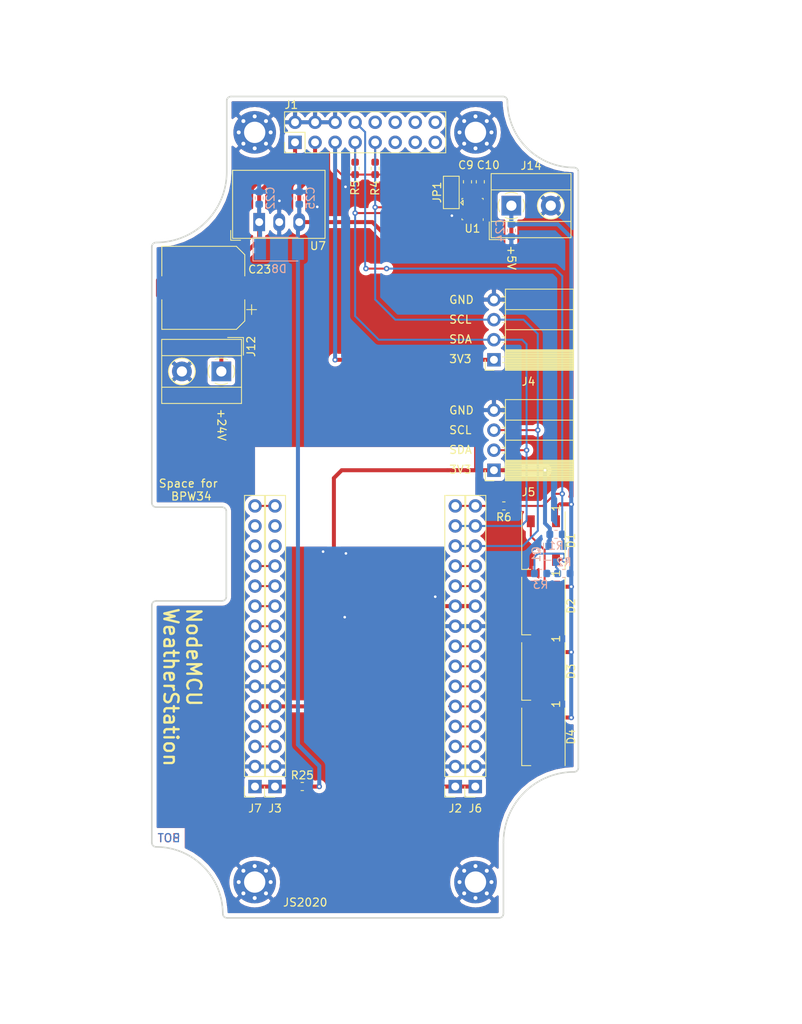
<source format=kicad_pcb>
(kicad_pcb (version 20171130) (host pcbnew "(5.1.6)-1")
  (title_block (title "NodeMCU Weather Station") (date 2020-07-20) (rev 1) (company "RWTH Aachen University - Physik 3B"))
  (layers (0 F.Cu signal hide) (31 B.Cu signal) (34 B.Paste user) (35 F.Paste user hide) (36 B.SilkS user) (37 F.SilkS user hide) (38 B.Mask user) (39 F.Mask user hide) (44 Edge.Cuts user))
  (net 0 "")
  (net 1 GND)
  (net 2 +3V3)
  (net 3 +24V)
  (net 4 +5V)
  (net 5 /SDA)
  (net 6 /SCL)
  (net 7 /NodeMCU/D3)
  (net 8 /NodeMCU/D4)
  (net 9 /NodeMCU/D5)
  (net 10 /NodeMCU/D6)
  (net 11 /NodeMCU/D7)
  (net 12 /NodeMCU/D8)
  (net 13 /NodeMCU/RX)
  (net 14 /NodeMCU/TX)
  (net 15 /NodeMCU/A0)
  (net 16 "Net-(J3-Pad14)")
  (net 17 "Net-(J3-Pad13)")
  (net 18 /NodeMCU/SD3)
  (net 19 /NodeMCU/SD2)
  (net 20 /NodeMCU/SD1)
  (net 21 /NodeMCU/CMD)
  (net 22 /NodeMCU/SD0)
  (net 23 /NodeMCU/CLK)
  (net 24 /NodeMCU/EN)
  (net 25 /NodeMCU/RST)
  (net 26 /NodeMCU/VIN)
  (net 27 "Net-(J7-Pad14)")
  (net 28 "Net-(J7-Pad13)")
  (net 29 "Net-(JP1-Pad2)")
  (net 30 "Net-(J1-Pad16)")
  (net 31 "Net-(J1-Pad15)")
  (net 32 "Net-(J1-Pad14)")
  (net 33 "Net-(J1-Pad13)")
  (net 34 "Net-(J1-Pad12)")
  (net 35 "Net-(J1-Pad11)")
  (net 36 /AIN)
  (net 37 /WS2812)
  (net 38 "Net-(D1-Pad2)")
  (net 39 "Net-(D1-Pad4)")
  (net 40 "Net-(D2-Pad2)")
  (net 41 "Net-(D3-Pad2)")
  (net 42 "Net-(D4-Pad2)")
  (net 43 "Net-(Q1-Pad3)")
  (net 44 /NodeMCU/WS2812_NodeMCU)
  (module MountingHole:MountingHole_2.7mm_M2.5_Pad_Via (layer F.Cu) (at 102.613116 63.026635)
    (fp_text reference H6 hide)
    (fp_text value MountingHole_Pad hide)
    (pad 1 thru_hole circle (at 1.431891 -1.431891) (size 0.8 0.8) (drill 0.5) (layers *.Cu *.Mask) (net 1 GND))
    (pad 1 thru_hole circle (at 0 -2.025) (size 0.8 0.8) (drill 0.5) (layers *.Cu *.Mask) (net 1 GND))
    (pad 1 thru_hole circle (at -1.431891 -1.431891) (size 0.8 0.8) (drill 0.5) (layers *.Cu *.Mask) (net 1 GND))
    (pad 1 thru_hole circle (at -2.025 0) (size 0.8 0.8) (drill 0.5) (layers *.Cu *.Mask) (net 1 GND))
    (pad 1 thru_hole circle (at -1.431891 1.431891) (size 0.8 0.8) (drill 0.5) (layers *.Cu *.Mask) (net 1 GND))
    (pad 1 thru_hole circle (at 0 2.025) (size 0.8 0.8) (drill 0.5) (layers *.Cu *.Mask) (net 1 GND))
    (pad 1 thru_hole circle (at 1.431891 1.431891) (size 0.8 0.8) (drill 0.5) (layers *.Cu *.Mask) (net 1 GND))
    (pad 1 thru_hole circle (at 2.025 0) (size 0.8 0.8) (drill 0.5) (layers *.Cu *.Mask) (net 1 GND))
    (pad 1 thru_hole circle (at 0 0) (size 5.4 5.4) (drill 2.7) (layers *.Cu *.Mask) (net 1 GND))
  )
  (module MountingHole:MountingHole_2.7mm_M2.5_Pad_Via (layer F.Cu) (at 74.613284 158.026565)
    (fp_text reference H5 hide)
    (fp_text value MountingHole_Pad hide)
    (pad 1 thru_hole circle (at 1.431891 -1.431891) (size 0.8 0.8) (drill 0.5) (layers *.Cu *.Mask) (net 1 GND))
    (pad 1 thru_hole circle (at 0 -2.025) (size 0.8 0.8) (drill 0.5) (layers *.Cu *.Mask) (net 1 GND))
    (pad 1 thru_hole circle (at -1.431891 -1.431891) (size 0.8 0.8) (drill 0.5) (layers *.Cu *.Mask) (net 1 GND))
    (pad 1 thru_hole circle (at -2.025 0) (size 0.8 0.8) (drill 0.5) (layers *.Cu *.Mask) (net 1 GND))
    (pad 1 thru_hole circle (at -1.431891 1.431891) (size 0.8 0.8) (drill 0.5) (layers *.Cu *.Mask) (net 1 GND))
    (pad 1 thru_hole circle (at 0 2.025) (size 0.8 0.8) (drill 0.5) (layers *.Cu *.Mask) (net 1 GND))
    (pad 1 thru_hole circle (at 1.431891 1.431891) (size 0.8 0.8) (drill 0.5) (layers *.Cu *.Mask) (net 1 GND))
    (pad 1 thru_hole circle (at 2.025 0) (size 0.8 0.8) (drill 0.5) (layers *.Cu *.Mask) (net 1 GND))
    (pad 1 thru_hole circle (at 0 0) (size 5.4 5.4) (drill 2.7) (layers *.Cu *.Mask) (net 1 GND))
  )
  (module MountingHole:MountingHole_2.7mm_M2.5_Pad_Via (layer F.Cu) (at 102.613116 158.026565)
    (fp_text reference H4 hide)
    (fp_text value MountingHole_Pad hide)
    (pad 1 thru_hole circle (at 1.431891 -1.431891) (size 0.8 0.8) (drill 0.5) (layers *.Cu *.Mask) (net 1 GND))
    (pad 1 thru_hole circle (at 0 -2.025) (size 0.8 0.8) (drill 0.5) (layers *.Cu *.Mask) (net 1 GND))
    (pad 1 thru_hole circle (at -1.431891 -1.431891) (size 0.8 0.8) (drill 0.5) (layers *.Cu *.Mask) (net 1 GND))
    (pad 1 thru_hole circle (at -2.025 0) (size 0.8 0.8) (drill 0.5) (layers *.Cu *.Mask) (net 1 GND))
    (pad 1 thru_hole circle (at -1.431891 1.431891) (size 0.8 0.8) (drill 0.5) (layers *.Cu *.Mask) (net 1 GND))
    (pad 1 thru_hole circle (at 0 2.025) (size 0.8 0.8) (drill 0.5) (layers *.Cu *.Mask) (net 1 GND))
    (pad 1 thru_hole circle (at 1.431891 1.431891) (size 0.8 0.8) (drill 0.5) (layers *.Cu *.Mask) (net 1 GND))
    (pad 1 thru_hole circle (at 2.025 0) (size 0.8 0.8) (drill 0.5) (layers *.Cu *.Mask) (net 1 GND))
    (pad 1 thru_hole circle (at 0 0) (size 5.4 5.4) (drill 2.7) (layers *.Cu *.Mask) (net 1 GND))
  )
  (module MountingHole:MountingHole_2.7mm_M2.5_Pad_Via (layer F.Cu) (at 74.613284 63.026635)
    (fp_text reference H3 hide)
    (fp_text value MountingHole_Pad hide)
    (pad 1 thru_hole circle (at 1.431891 -1.431891) (size 0.8 0.8) (drill 0.5) (layers *.Cu *.Mask) (net 1 GND))
    (pad 1 thru_hole circle (at 0 -2.025) (size 0.8 0.8) (drill 0.5) (layers *.Cu *.Mask) (net 1 GND))
    (pad 1 thru_hole circle (at -1.431891 -1.431891) (size 0.8 0.8) (drill 0.5) (layers *.Cu *.Mask) (net 1 GND))
    (pad 1 thru_hole circle (at -2.025 0) (size 0.8 0.8) (drill 0.5) (layers *.Cu *.Mask) (net 1 GND))
    (pad 1 thru_hole circle (at -1.431891 1.431891) (size 0.8 0.8) (drill 0.5) (layers *.Cu *.Mask) (net 1 GND))
    (pad 1 thru_hole circle (at 0 2.025) (size 0.8 0.8) (drill 0.5) (layers *.Cu *.Mask) (net 1 GND))
    (pad 1 thru_hole circle (at 1.431891 1.431891) (size 0.8 0.8) (drill 0.5) (layers *.Cu *.Mask) (net 1 GND))
    (pad 1 thru_hole circle (at 2.025 0) (size 0.8 0.8) (drill 0.5) (layers *.Cu *.Mask) (net 1 GND))
    (pad 1 thru_hole circle (at 0 0) (size 5.4 5.4) (drill 2.7) (layers *.Cu *.Mask) (net 1 GND))
  )
  (module Resistor_SMD:R_0603_1608Metric (layer F.Cu) (at 106.20756 110.363 180)
    (fp_text reference R6 (at 0 -1.43) (layer F.SilkS))
    (fp_text value n.b.)
    (pad 2 smd roundrect (at 0.7875 0 180) (size 0.875 0.95) (layers F.Cu F.Paste F.Mask) (net 44 /NodeMCU/WS2812_NodeMCU))
    (pad 1 smd roundrect (at -0.7875 0 180) (size 0.875 0.95) (layers F.Cu F.Paste F.Mask) (net 37 /WS2812))
  )
  (module Resistor_SMD:R_0603_1608Metric (layer B.Cu) (at 110.871 118.9228)
    (fp_text reference R3 (at 0 1.43) (layer B.SilkS) (effects (justify mirror)))
    (fp_text value 100)
    (pad 2 smd roundrect (at 0.7875 0) (size 0.875 0.95) (layers B.Cu B.Paste B.Mask) (net 43 "Net-(Q1-Pad3)"))
    (pad 1 smd roundrect (at -0.7875 0) (size 0.875 0.95) (layers B.Cu B.Paste B.Mask) (net 39 "Net-(D1-Pad4)"))
  )
  (module Resistor_SMD:R_0603_1608Metric (layer B.Cu) (at 113.8174 118.9228 180)
    (fp_text reference R2 (at 0 1.43) (layer B.SilkS) (effects (justify mirror)))
    (fp_text value 10k)
    (pad 2 smd roundrect (at 0.7875 0 180) (size 0.875 0.95) (layers B.Cu B.Paste B.Mask) (net 43 "Net-(Q1-Pad3)"))
    (pad 1 smd roundrect (at -0.7875 0 180) (size 0.875 0.95) (layers B.Cu B.Paste B.Mask) (net 4 +5V))
  )
  (module Resistor_SMD:R_0603_1608Metric (layer B.Cu) (at 112.8268 113.9698)
    (fp_text reference R1 (at 0 1.43) (layer B.SilkS) (effects (justify mirror)))
    (fp_text value 10k)
    (pad 2 smd roundrect (at 0.7875 0) (size 0.875 0.95) (layers B.Cu B.Paste B.Mask) (net 37 /WS2812))
    (pad 1 smd roundrect (at -0.7875 0) (size 0.875 0.95) (layers B.Cu B.Paste B.Mask) (net 2 +3V3))
  )
  (module Package_TO_SOT_SMD:SOT-23 (layer B.Cu) (at 112.8268 116.4844 270)
    (fp_text reference Q1 (at 0 2.5 270) (layer B.SilkS) (effects (justify mirror)))
    (fp_text value BSS138)
    (pad 3 smd rect (at 1 0 270) (size 0.9 0.8) (layers B.Cu B.Paste B.Mask) (net 43 "Net-(Q1-Pad3)"))
    (pad 2 smd rect (at -1 -0.95 270) (size 0.9 0.8) (layers B.Cu B.Paste B.Mask) (net 37 /WS2812))
    (pad 1 smd rect (at -1 0.95 270) (size 0.9 0.8) (layers B.Cu B.Paste B.Mask) (net 2 +3V3))
  )
  (module LED_SMD:LED_WS2812B_PLCC4_5.0x5.0mm_P3.2mm (layer F.Cu) (at 111.2266 139.6238 270)
    (fp_text reference D4 (at 0 -3.5 90) (layer F.SilkS))
    (fp_text value WS2812B)
    (fp_text user 1 (at -4.15 -1.6 90) (layer F.SilkS))
    (pad 1 smd rect (at -2.45 -1.6 270) (size 1.5 1) (layers F.Cu F.Paste F.Mask) (net 4 +5V))
    (pad 2 smd rect (at -2.45 1.6 270) (size 1.5 1) (layers F.Cu F.Paste F.Mask) (net 42 "Net-(D4-Pad2)"))
    (pad 4 smd rect (at 2.45 -1.6 270) (size 1.5 1) (layers F.Cu F.Paste F.Mask) (net 41 "Net-(D3-Pad2)"))
    (pad 3 smd rect (at 2.45 1.6 270) (size 1.5 1) (layers F.Cu F.Paste F.Mask) (net 1 GND))
  )
  (module LED_SMD:LED_WS2812B_PLCC4_5.0x5.0mm_P3.2mm (layer F.Cu) (at 111.2266 131.334932 270)
    (fp_text reference D3 (at 0 -3.5 90) (layer F.SilkS))
    (fp_text value WS2812B)
    (fp_text user 1 (at -4.15 -1.6 90) (layer F.SilkS))
    (pad 1 smd rect (at -2.45 -1.6 270) (size 1.5 1) (layers F.Cu F.Paste F.Mask) (net 4 +5V))
    (pad 2 smd rect (at -2.45 1.6 270) (size 1.5 1) (layers F.Cu F.Paste F.Mask) (net 41 "Net-(D3-Pad2)"))
    (pad 4 smd rect (at 2.45 -1.6 270) (size 1.5 1) (layers F.Cu F.Paste F.Mask) (net 40 "Net-(D2-Pad2)"))
    (pad 3 smd rect (at 2.45 1.6 270) (size 1.5 1) (layers F.Cu F.Paste F.Mask) (net 1 GND))
  )
  (module LED_SMD:LED_WS2812B_PLCC4_5.0x5.0mm_P3.2mm (layer F.Cu) (at 111.2266 123.046066 270)
    (fp_text reference D2 (at 0 -3.5 90) (layer F.SilkS))
    (fp_text value WS2812B)
    (fp_text user 1 (at -4.15 -1.6 90) (layer F.SilkS))
    (pad 1 smd rect (at -2.45 -1.6 270) (size 1.5 1) (layers F.Cu F.Paste F.Mask) (net 4 +5V))
    (pad 2 smd rect (at -2.45 1.6 270) (size 1.5 1) (layers F.Cu F.Paste F.Mask) (net 40 "Net-(D2-Pad2)"))
    (pad 4 smd rect (at 2.45 -1.6 270) (size 1.5 1) (layers F.Cu F.Paste F.Mask) (net 38 "Net-(D1-Pad2)"))
    (pad 3 smd rect (at 2.45 1.6 270) (size 1.5 1) (layers F.Cu F.Paste F.Mask) (net 1 GND))
  )
  (module LED_SMD:LED_WS2812B_PLCC4_5.0x5.0mm_P3.2mm (layer F.Cu) (at 111.2266 114.7572 270)
    (fp_text reference D1 (at 0 -3.5 90) (layer F.SilkS))
    (fp_text value WS2812B)
    (fp_text user 1 (at -4.15 -1.6 90) (layer F.SilkS))
    (pad 1 smd rect (at -2.45 -1.6 270) (size 1.5 1) (layers F.Cu F.Paste F.Mask) (net 4 +5V))
    (pad 2 smd rect (at -2.45 1.6 270) (size 1.5 1) (layers F.Cu F.Paste F.Mask) (net 38 "Net-(D1-Pad2)"))
    (pad 4 smd rect (at 2.45 -1.6 270) (size 1.5 1) (layers F.Cu F.Paste F.Mask) (net 39 "Net-(D1-Pad4)"))
    (pad 3 smd rect (at 2.45 1.6 270) (size 1.5 1) (layers F.Cu F.Paste F.Mask) (net 1 GND))
  )
  (module Connector_PinHeader_2.54mm:PinHeader_2x08_P2.54mm_Vertical (layer F.Cu) (at 79.7306 64.2874 90)
    (fp_text reference J1 (at 4.7498 -0.4699) (layer F.SilkS))
    (fp_text value Conn_02x08_Odd_Even hide)
    (pad 16 thru_hole oval (at 2.54 17.78 90) (size 1.7 1.7) (drill 1) (layers *.Cu *.Mask) (net 30 "Net-(J1-Pad16)"))
    (pad 15 thru_hole oval (at 0 17.78 90) (size 1.7 1.7) (drill 1) (layers *.Cu *.Mask) (net 31 "Net-(J1-Pad15)"))
    (pad 14 thru_hole oval (at 2.54 15.24 90) (size 1.7 1.7) (drill 1) (layers *.Cu *.Mask) (net 32 "Net-(J1-Pad14)"))
    (pad 13 thru_hole oval (at 0 15.24 90) (size 1.7 1.7) (drill 1) (layers *.Cu *.Mask) (net 33 "Net-(J1-Pad13)"))
    (pad 12 thru_hole oval (at 2.54 12.7 90) (size 1.7 1.7) (drill 1) (layers *.Cu *.Mask) (net 34 "Net-(J1-Pad12)"))
    (pad 11 thru_hole oval (at 0 12.7 90) (size 1.7 1.7) (drill 1) (layers *.Cu *.Mask) (net 35 "Net-(J1-Pad11)"))
    (pad 10 thru_hole oval (at 2.54 10.16 90) (size 1.7 1.7) (drill 1) (layers *.Cu *.Mask) (net 36 /AIN))
    (pad 9 thru_hole oval (at 0 10.16 90) (size 1.7 1.7) (drill 1) (layers *.Cu *.Mask) (net 6 /SCL))
    (pad 8 thru_hole oval (at 2.54 7.62 90) (size 1.7 1.7) (drill 1) (layers *.Cu *.Mask) (net 37 /WS2812))
    (pad 7 thru_hole oval (at 0 7.62 90) (size 1.7 1.7) (drill 1) (layers *.Cu *.Mask) (net 5 /SDA))
    (pad 6 thru_hole oval (at 2.54 5.08 90) (size 1.7 1.7) (drill 1) (layers *.Cu *.Mask) (net 1 GND))
    (pad 5 thru_hole oval (at 0 5.08 90) (size 1.7 1.7) (drill 1) (layers *.Cu *.Mask) (net 2 +3V3))
    (pad 4 thru_hole oval (at 2.54 2.54 90) (size 1.7 1.7) (drill 1) (layers *.Cu *.Mask) (net 1 GND))
    (pad 3 thru_hole oval (at 0 2.54 90) (size 1.7 1.7) (drill 1) (layers *.Cu *.Mask) (net 4 +5V))
    (pad 2 thru_hole oval (at 2.54 0 90) (size 1.7 1.7) (drill 1) (layers *.Cu *.Mask) (net 1 GND))
    (pad 1 thru_hole rect (at 0 0 90) (size 1.7 1.7) (drill 1) (layers *.Cu *.Mask) (net 3 +24V))
  )
  (module Converter_DCDC:Converter_DCDC_RECOM_R-78E-0.5_THT (layer F.Cu) (at 75.184 74.3966)
    (fp_text reference U7 (at 7.4549 3.0226) (layer F.SilkS))
    (fp_text value R-785.0-0.5)
    (pad 3 thru_hole oval (at 5.08 0) (size 1.5 2.3) (drill 1) (layers *.Cu *.Mask) (net 4 +5V))
    (pad 2 thru_hole oval (at 2.54 0) (size 1.5 2.3) (drill 1) (layers *.Cu *.Mask) (net 1 GND))
    (pad 1 thru_hole rect (at 0 0) (size 1.5 2.3) (drill 1) (layers *.Cu *.Mask) (net 3 +24V))
  )
  (module Package_LGA:Bosch_LGA-8_2.5x2.5mm_P0.65mm_ClockwisePinNumbering (layer F.Cu) (at 102.2422 72.751 180)
    (fp_text reference U1 (at 0.015 -2.465) (layer F.SilkS))
    (fp_text value BME280)
    (pad 5 smd rect (at 0.975 1.025 270) (size 0.5 0.35) (layers F.Cu F.Paste F.Mask) (net 29 "Net-(JP1-Pad2)"))
    (pad 6 smd rect (at 0.325 1.025 270) (size 0.5 0.35) (layers F.Cu F.Paste F.Mask) (net 2 +3V3))
    (pad 7 smd rect (at -0.325 1.025 270) (size 0.5 0.35) (layers F.Cu F.Paste F.Mask) (net 1 GND))
    (pad 8 smd rect (at -0.975 1.025 270) (size 0.5 0.35) (layers F.Cu F.Paste F.Mask) (net 2 +3V3))
    (pad 1 smd rect (at -0.975 -1.025 270) (size 0.5 0.35) (layers F.Cu F.Paste F.Mask) (net 1 GND))
    (pad 2 smd rect (at -0.325 -1.025 270) (size 0.5 0.35) (layers F.Cu F.Paste F.Mask) (net 2 +3V3))
    (pad 3 smd rect (at 0.325 -1.025 270) (size 0.5 0.35) (layers F.Cu F.Paste F.Mask) (net 5 /SDA))
    (pad 4 smd rect (at 0.975 -1.025 270) (size 0.5 0.35) (layers F.Cu F.Paste F.Mask) (net 6 /SCL))
  )
  (module Resistor_SMD:R_0603_1608Metric (layer F.Cu) (at 80.645 145.923)
    (fp_text reference R25 (at 0 -1.43) (layer F.SilkS))
    (fp_text value 0R)
    (pad 2 smd roundrect (at 0.7875 0) (size 0.875 0.95) (layers F.Cu F.Paste F.Mask) (net 4 +5V))
    (pad 1 smd roundrect (at -0.7875 0) (size 0.875 0.95) (layers F.Cu F.Paste F.Mask) (net 26 /NodeMCU/VIN))
  )
  (module Resistor_SMD:R_0603_1608Metric (layer F.Cu) (at 87.3506 67.5894 90)
    (fp_text reference R5 (at -2.4511 -0.0127 90) (layer F.SilkS))
    (fp_text value 10k)
    (pad 2 smd roundrect (at 0.7875 0 90) (size 0.875 0.95) (layers F.Cu F.Paste F.Mask) (net 5 /SDA))
    (pad 1 smd roundrect (at -0.7875 0 90) (size 0.875 0.95) (layers F.Cu F.Paste F.Mask) (net 2 +3V3))
  )
  (module Resistor_SMD:R_0603_1608Metric (layer F.Cu) (at 89.8906 67.5894 90)
    (fp_text reference R4 (at -2.4892 0 90) (layer F.SilkS))
    (fp_text value 10k)
    (pad 2 smd roundrect (at 0.7875 0 90) (size 0.875 0.95) (layers F.Cu F.Paste F.Mask) (net 6 /SCL))
    (pad 1 smd roundrect (at -0.7875 0 90) (size 0.875 0.95) (layers F.Cu F.Paste F.Mask) (net 2 +3V3))
  )
  (module Jumper:SolderJumper-3_P1.3mm_Bridged12_Pad1.0x1.5mm (layer F.Cu) (at 99.5426 70.6374 90)
    (fp_text reference JP1 (at 0 -1.8 90) (layer F.SilkS))
    (fp_text value SolderJumper_3_Bridged12 hide)
    (fp_poly (pts (xy -0.9 -0.3) (xy -0.4 -0.3) (xy -0.4 0.3) (xy -0.9 0.3)) (layer F.Cu) (width 0))
    (pad 2 smd rect (at 0 0 90) (size 1 1.5) (layers F.Cu F.Mask) (net 29 "Net-(JP1-Pad2)"))
    (pad 3 smd rect (at 1.3 0 90) (size 1 1.5) (layers F.Cu F.Mask) (net 2 +3V3))
    (pad 1 smd rect (at -1.3 0 90) (size 1 1.5) (layers F.Cu F.Mask) (net 1 GND))
  )
  (module TerminalBlock_MetzConnect:TerminalBlock_MetzConnect_Type055_RT01502HDWU_1x02_P5.00mm_Horizontal (layer F.Cu) (at 107.1626 72.3138)
    (fp_text reference J14 (at 2.5 -5.06) (layer F.SilkS))
    (fp_text value Screw_Terminal_01x02 hide)
    (pad 2 thru_hole circle (at 5 0) (size 2.5 2.5) (drill 1.3) (layers *.Cu *.Mask) (net 1 GND))
    (pad 1 thru_hole rect (at 0 0) (size 2.5 2.5) (drill 1.3) (layers *.Cu *.Mask) (net 4 +5V))
  )
  (module TerminalBlock_MetzConnect:TerminalBlock_MetzConnect_Type055_RT01502HDWU_1x02_P5.00mm_Horizontal (layer F.Cu) (at 70.3834 93.3196 180)
    (fp_text reference J12 (at -3.7719 3.1623 90) (layer F.SilkS))
    (fp_text value Screw_Terminal_01x02 hide)
    (pad 2 thru_hole circle (at 5 0 180) (size 2.5 2.5) (drill 1.3) (layers *.Cu *.Mask) (net 1 GND))
    (pad 1 thru_hole rect (at 0 0 180) (size 2.5 2.5) (drill 1.3) (layers *.Cu *.Mask) (net 3 +24V))
  )
  (module Connector_PinSocket_2.54mm:PinSocket_1x15_P2.54mm_Vertical (layer F.Cu) (at 74.6506 145.923 180)
    (fp_text reference J7 (at 0 -2.77) (layer F.SilkS))
    (fp_text value Conn_01x15 hide)
    (pad 15 thru_hole oval (at 0 35.56 180) (size 1.7 1.7) (drill 1) (layers *.Cu *.Mask) (net 15 /NodeMCU/A0))
    (pad 14 thru_hole oval (at 0 33.02 180) (size 1.7 1.7) (drill 1) (layers *.Cu *.Mask) (net 27 "Net-(J7-Pad14)"))
    (pad 13 thru_hole oval (at 0 30.48 180) (size 1.7 1.7) (drill 1) (layers *.Cu *.Mask) (net 28 "Net-(J7-Pad13)"))
    (pad 12 thru_hole oval (at 0 27.94 180) (size 1.7 1.7) (drill 1) (layers *.Cu *.Mask) (net 18 /NodeMCU/SD3))
    (pad 11 thru_hole oval (at 0 25.4 180) (size 1.7 1.7) (drill 1) (layers *.Cu *.Mask) (net 19 /NodeMCU/SD2))
    (pad 10 thru_hole oval (at 0 22.86 180) (size 1.7 1.7) (drill 1) (layers *.Cu *.Mask) (net 20 /NodeMCU/SD1))
    (pad 9 thru_hole oval (at 0 20.32 180) (size 1.7 1.7) (drill 1) (layers *.Cu *.Mask) (net 21 /NodeMCU/CMD))
    (pad 8 thru_hole oval (at 0 17.78 180) (size 1.7 1.7) (drill 1) (layers *.Cu *.Mask) (net 22 /NodeMCU/SD0))
    (pad 7 thru_hole oval (at 0 15.24 180) (size 1.7 1.7) (drill 1) (layers *.Cu *.Mask) (net 23 /NodeMCU/CLK))
    (pad 6 thru_hole oval (at 0 12.7 180) (size 1.7 1.7) (drill 1) (layers *.Cu *.Mask) (net 1 GND))
    (pad 5 thru_hole oval (at 0 10.16 180) (size 1.7 1.7) (drill 1) (layers *.Cu *.Mask) (net 2 +3V3))
    (pad 4 thru_hole oval (at 0 7.62 180) (size 1.7 1.7) (drill 1) (layers *.Cu *.Mask) (net 24 /NodeMCU/EN))
    (pad 3 thru_hole oval (at 0 5.08 180) (size 1.7 1.7) (drill 1) (layers *.Cu *.Mask) (net 25 /NodeMCU/RST))
    (pad 2 thru_hole oval (at 0 2.54 180) (size 1.7 1.7) (drill 1) (layers *.Cu *.Mask) (net 1 GND))
    (pad 1 thru_hole rect (at 0 0 180) (size 1.7 1.7) (drill 1) (layers *.Cu *.Mask) (net 26 /NodeMCU/VIN))
  )
  (module Connector_PinSocket_2.54mm:PinSocket_1x15_P2.54mm_Vertical (layer F.Cu) (at 102.5906 145.923 180)
    (fp_text reference J6 (at 0 -2.77) (layer F.SilkS))
    (fp_text value Conn_01x15 hide)
    (pad 15 thru_hole oval (at 0 35.56 180) (size 1.7 1.7) (drill 1) (layers *.Cu *.Mask) (net 44 /NodeMCU/WS2812_NodeMCU))
    (pad 14 thru_hole oval (at 0 33.02 180) (size 1.7 1.7) (drill 1) (layers *.Cu *.Mask) (net 5 /SDA))
    (pad 13 thru_hole oval (at 0 30.48 180) (size 1.7 1.7) (drill 1) (layers *.Cu *.Mask) (net 6 /SCL))
    (pad 12 thru_hole oval (at 0 27.94 180) (size 1.7 1.7) (drill 1) (layers *.Cu *.Mask) (net 7 /NodeMCU/D3))
    (pad 11 thru_hole oval (at 0 25.4 180) (size 1.7 1.7) (drill 1) (layers *.Cu *.Mask) (net 8 /NodeMCU/D4))
    (pad 10 thru_hole oval (at 0 22.86 180) (size 1.7 1.7) (drill 1) (layers *.Cu *.Mask) (net 2 +3V3))
    (pad 9 thru_hole oval (at 0 20.32 180) (size 1.7 1.7) (drill 1) (layers *.Cu *.Mask) (net 1 GND))
    (pad 8 thru_hole oval (at 0 17.78 180) (size 1.7 1.7) (drill 1) (layers *.Cu *.Mask) (net 9 /NodeMCU/D5))
    (pad 7 thru_hole oval (at 0 15.24 180) (size 1.7 1.7) (drill 1) (layers *.Cu *.Mask) (net 10 /NodeMCU/D6))
    (pad 6 thru_hole oval (at 0 12.7 180) (size 1.7 1.7) (drill 1) (layers *.Cu *.Mask) (net 11 /NodeMCU/D7))
    (pad 5 thru_hole oval (at 0 10.16 180) (size 1.7 1.7) (drill 1) (layers *.Cu *.Mask) (net 12 /NodeMCU/D8))
    (pad 4 thru_hole oval (at 0 7.62 180) (size 1.7 1.7) (drill 1) (layers *.Cu *.Mask) (net 13 /NodeMCU/RX))
    (pad 3 thru_hole oval (at 0 5.08 180) (size 1.7 1.7) (drill 1) (layers *.Cu *.Mask) (net 14 /NodeMCU/TX))
    (pad 2 thru_hole oval (at 0 2.54 180) (size 1.7 1.7) (drill 1) (layers *.Cu *.Mask) (net 1 GND))
    (pad 1 thru_hole rect (at 0 0 180) (size 1.7 1.7) (drill 1) (layers *.Cu *.Mask) (net 2 +3V3))
  )
  (module Connector_PinSocket_2.54mm:PinSocket_1x04_P2.54mm_Horizontal (layer F.Cu) (at 104.9528 105.8418 180)
    (fp_text reference J5 (at -4.38 -2.77) (layer F.SilkS))
    (fp_text value Conn_01x04)
    (pad 4 thru_hole oval (at 0 7.62 180) (size 1.7 1.7) (drill 1) (layers *.Cu *.Mask) (net 1 GND))
    (pad 3 thru_hole oval (at 0 5.08 180) (size 1.7 1.7) (drill 1) (layers *.Cu *.Mask) (net 6 /SCL))
    (pad 2 thru_hole oval (at 0 2.54 180) (size 1.7 1.7) (drill 1) (layers *.Cu *.Mask) (net 5 /SDA))
    (pad 1 thru_hole rect (at 0 0 180) (size 1.7 1.7) (drill 1) (layers *.Cu *.Mask) (net 2 +3V3))
  )
  (module Connector_PinSocket_2.54mm:PinSocket_1x04_P2.54mm_Horizontal (layer F.Cu) (at 104.9528 91.8418 180)
    (fp_text reference J4 (at -4.38 -2.77) (layer F.SilkS))
    (fp_text value Conn_01x04)
    (pad 4 thru_hole oval (at 0 7.62 180) (size 1.7 1.7) (drill 1) (layers *.Cu *.Mask) (net 1 GND))
    (pad 3 thru_hole oval (at 0 5.08 180) (size 1.7 1.7) (drill 1) (layers *.Cu *.Mask) (net 6 /SCL))
    (pad 2 thru_hole oval (at 0 2.54 180) (size 1.7 1.7) (drill 1) (layers *.Cu *.Mask) (net 5 /SDA))
    (pad 1 thru_hole rect (at 0 0 180) (size 1.7 1.7) (drill 1) (layers *.Cu *.Mask) (net 2 +3V3))
  )
  (module Connector_PinSocket_2.54mm:PinSocket_1x15_P2.54mm_Vertical (layer F.Cu) (at 77.1906 145.923 180)
    (fp_text reference J3 (at 0 -2.77) (layer F.SilkS))
    (fp_text value Conn_01x15 hide)
    (pad 15 thru_hole oval (at 0 35.56 180) (size 1.7 1.7) (drill 1) (layers *.Cu *.Mask) (net 15 /NodeMCU/A0))
    (pad 14 thru_hole oval (at 0 33.02 180) (size 1.7 1.7) (drill 1) (layers *.Cu *.Mask) (net 16 "Net-(J3-Pad14)"))
    (pad 13 thru_hole oval (at 0 30.48 180) (size 1.7 1.7) (drill 1) (layers *.Cu *.Mask) (net 17 "Net-(J3-Pad13)"))
    (pad 12 thru_hole oval (at 0 27.94 180) (size 1.7 1.7) (drill 1) (layers *.Cu *.Mask) (net 18 /NodeMCU/SD3))
    (pad 11 thru_hole oval (at 0 25.4 180) (size 1.7 1.7) (drill 1) (layers *.Cu *.Mask) (net 19 /NodeMCU/SD2))
    (pad 10 thru_hole oval (at 0 22.86 180) (size 1.7 1.7) (drill 1) (layers *.Cu *.Mask) (net 20 /NodeMCU/SD1))
    (pad 9 thru_hole oval (at 0 20.32 180) (size 1.7 1.7) (drill 1) (layers *.Cu *.Mask) (net 21 /NodeMCU/CMD))
    (pad 8 thru_hole oval (at 0 17.78 180) (size 1.7 1.7) (drill 1) (layers *.Cu *.Mask) (net 22 /NodeMCU/SD0))
    (pad 7 thru_hole oval (at 0 15.24 180) (size 1.7 1.7) (drill 1) (layers *.Cu *.Mask) (net 23 /NodeMCU/CLK))
    (pad 6 thru_hole oval (at 0 12.7 180) (size 1.7 1.7) (drill 1) (layers *.Cu *.Mask) (net 1 GND))
    (pad 5 thru_hole oval (at 0 10.16 180) (size 1.7 1.7) (drill 1) (layers *.Cu *.Mask) (net 2 +3V3))
    (pad 4 thru_hole oval (at 0 7.62 180) (size 1.7 1.7) (drill 1) (layers *.Cu *.Mask) (net 24 /NodeMCU/EN))
    (pad 3 thru_hole oval (at 0 5.08 180) (size 1.7 1.7) (drill 1) (layers *.Cu *.Mask) (net 25 /NodeMCU/RST))
    (pad 2 thru_hole oval (at 0 2.54 180) (size 1.7 1.7) (drill 1) (layers *.Cu *.Mask) (net 1 GND))
    (pad 1 thru_hole rect (at 0 0 180) (size 1.7 1.7) (drill 1) (layers *.Cu *.Mask) (net 26 /NodeMCU/VIN))
  )
  (module Connector_PinSocket_2.54mm:PinSocket_1x15_P2.54mm_Vertical (layer F.Cu) (at 100.0506 145.923 180)
    (fp_text reference J2 (at 0 -2.77) (layer F.SilkS))
    (fp_text value Conn_01x15 hide)
    (pad 15 thru_hole oval (at 0 35.56 180) (size 1.7 1.7) (drill 1) (layers *.Cu *.Mask) (net 44 /NodeMCU/WS2812_NodeMCU))
    (pad 14 thru_hole oval (at 0 33.02 180) (size 1.7 1.7) (drill 1) (layers *.Cu *.Mask) (net 5 /SDA))
    (pad 13 thru_hole oval (at 0 30.48 180) (size 1.7 1.7) (drill 1) (layers *.Cu *.Mask) (net 6 /SCL))
    (pad 12 thru_hole oval (at 0 27.94 180) (size 1.7 1.7) (drill 1) (layers *.Cu *.Mask) (net 7 /NodeMCU/D3))
    (pad 11 thru_hole oval (at 0 25.4 180) (size 1.7 1.7) (drill 1) (layers *.Cu *.Mask) (net 8 /NodeMCU/D4))
    (pad 10 thru_hole oval (at 0 22.86 180) (size 1.7 1.7) (drill 1) (layers *.Cu *.Mask) (net 2 +3V3))
    (pad 9 thru_hole oval (at 0 20.32 180) (size 1.7 1.7) (drill 1) (layers *.Cu *.Mask) (net 1 GND))
    (pad 8 thru_hole oval (at 0 17.78 180) (size 1.7 1.7) (drill 1) (layers *.Cu *.Mask) (net 9 /NodeMCU/D5))
    (pad 7 thru_hole oval (at 0 15.24 180) (size 1.7 1.7) (drill 1) (layers *.Cu *.Mask) (net 10 /NodeMCU/D6))
    (pad 6 thru_hole oval (at 0 12.7 180) (size 1.7 1.7) (drill 1) (layers *.Cu *.Mask) (net 11 /NodeMCU/D7))
    (pad 5 thru_hole oval (at 0 10.16 180) (size 1.7 1.7) (drill 1) (layers *.Cu *.Mask) (net 12 /NodeMCU/D8))
    (pad 4 thru_hole oval (at 0 7.62 180) (size 1.7 1.7) (drill 1) (layers *.Cu *.Mask) (net 13 /NodeMCU/RX))
    (pad 3 thru_hole oval (at 0 5.08 180) (size 1.7 1.7) (drill 1) (layers *.Cu *.Mask) (net 14 /NodeMCU/TX))
    (pad 2 thru_hole oval (at 0 2.54 180) (size 1.7 1.7) (drill 1) (layers *.Cu *.Mask) (net 1 GND))
    (pad 1 thru_hole rect (at 0 0 180) (size 1.7 1.7) (drill 1) (layers *.Cu *.Mask) (net 2 +3V3))
  )
  (module Diode_SMD:D_MELF (layer B.Cu) (at 77.6986 77.8256)
    (fp_text reference D8 (at 0 2.5) (layer B.SilkS) (effects (justify mirror)))
    (fp_text value SM4001)
    (pad 2 smd rect (at 2.4 0) (size 1.5 2.7) (layers B.Cu B.Paste B.Mask) (net 4 +5V))
    (pad 1 smd rect (at -2.4 0) (size 1.5 2.7) (layers B.Cu B.Paste B.Mask) (net 3 +24V))
  )
  (module Capacitor_SMD:C_0603_1608Metric (layer B.Cu) (at 80.264 71.3486 90)
    (fp_text reference C25 (at 0 1.43 90) (layer B.SilkS) (effects (justify mirror)))
    (fp_text value 100n)
    (pad 2 smd roundrect (at 0.7875 0 90) (size 0.875 0.95) (layers B.Cu B.Paste B.Mask) (net 1 GND))
    (pad 1 smd roundrect (at -0.7875 0 90) (size 0.875 0.95) (layers B.Cu B.Paste B.Mask) (net 4 +5V))
  )
  (module Capacitor_SMD:C_0603_1608Metric (layer B.Cu) (at 107.1626 75.4634 270)
    (fp_text reference C24 (at 0 1.43 90) (layer B.SilkS) (effects (justify mirror)))
    (fp_text value 100n)
    (pad 2 smd roundrect (at 0.7875 0 270) (size 0.875 0.95) (layers B.Cu B.Paste B.Mask) (net 1 GND))
    (pad 1 smd roundrect (at -0.7875 0 270) (size 0.875 0.95) (layers B.Cu B.Paste B.Mask) (net 4 +5V))
  )
  (module Capacitor_SMD:CP_Elec_10x10 (layer F.Cu) (at 68.0974 82.7278 180)
    (fp_text reference C23 (at -7.1501 2.3368) (layer F.SilkS))
    (fp_text value 4u7)
    (pad 2 smd roundrect (at 4 0 180) (size 4 2.5) (layers F.Cu F.Paste F.Mask) (roundrect_rratio 0.1) (net 1 GND))
    (pad 1 smd roundrect (at -4 0 180) (size 4 2.5) (layers F.Cu F.Paste F.Mask) (roundrect_rratio 0.1) (net 3 +24V))
  )
  (module Capacitor_SMD:C_0603_1608Metric (layer B.Cu) (at 75.184 71.3486 90)
    (fp_text reference C22 (at 0 1.43 270) (layer B.SilkS) (effects (justify mirror)))
    (fp_text value 100n)
    (pad 2 smd roundrect (at 0.7875 0 90) (size 0.875 0.95) (layers B.Cu B.Paste B.Mask) (net 1 GND))
    (pad 1 smd roundrect (at -0.7875 0 90) (size 0.875 0.95) (layers B.Cu B.Paste B.Mask) (net 3 +24V))
  )
  (module Capacitor_SMD:C_0603_1608Metric (layer F.Cu) (at 103.2256 69.2912 90)
    (fp_text reference C10 (at 2.1209 1.0033) (layer F.SilkS))
    (fp_text value 100n)
    (pad 2 smd roundrect (at 0.7875 0 90) (size 0.875 0.95) (layers F.Cu F.Paste F.Mask) (net 1 GND))
    (pad 1 smd roundrect (at -0.7875 0 90) (size 0.875 0.95) (layers F.Cu F.Paste F.Mask) (net 2 +3V3))
  )
  (module Capacitor_SMD:C_0603_1608Metric (layer F.Cu) (at 101.6 69.2912 90)
    (fp_text reference C9 (at 2.1209 -0.2032 180) (layer F.SilkS))
    (fp_text value 100n)
    (pad 2 smd roundrect (at 0.7875 0 90) (size 0.875 0.95) (layers F.Cu F.Paste F.Mask) (net 1 GND))
    (pad 1 smd roundrect (at -0.7875 0 90) (size 0.875 0.95) (layers F.Cu F.Paste F.Mask) (net 2 +3V3))
  )
  (gr_text JS2020 (at 81.02092 160.6042) (layer F.SilkS) (effects (font (size 1.016 1.016) (thickness 0.1524))))
  (gr_text BOT (at 63.754 152.44572) (layer B.Cu) (effects (font (size 1.016 1.016) (thickness 0.1524)) (justify mirror)))
  (gr_text TOP (at 63.7286 152.45588) (layer F.Cu) (effects (font (size 1.016 1.016) (thickness 0.1524))))
  (gr_line (start 61.568281 77.5266) (end 61.570781 109.970481) (layer Edge.Cuts) (width 0.2))
  (gr_text "NodeMCU\nWeatherStation" (at 65.4304 123.1138 270) (layer F.SilkS) (effects (font (size 1.8 1.8) (thickness 0.3)) (justify left)))
  (gr_text "Space for \nBPW34" (at 66.57848 108.331) (layer F.SilkS) (effects (font (size 1.016 1.016) (thickness 0.1524))))
  (gr_text SDA (at 100.717048 103.251) (layer F.SilkS) (effects (font (size 1.016 1.016) (thickness 0.1524))))
  (gr_text 3V3 (at 100.692857 105.7529) (layer F.SilkS) (effects (font (size 1.016 1.016) (thickness 0.1524))))
  (gr_text SCL (at 100.692857 100.7491) (layer F.SilkS) (effects (font (size 1.016 1.016) (thickness 0.1524))))
  (gr_text GND (at 100.838 98.2472) (layer F.SilkS) (effects (font (size 1.016 1.016) (thickness 0.1524))))
  (gr_text 3V3 (at 100.692857 91.7448) (layer F.SilkS) (effects (font (size 1.016 1.016) (thickness 0.1524))))
  (gr_text SDA (at 100.717048 89.2429) (layer F.SilkS) (effects (font (size 1.016 1.016) (thickness 0.1524))))
  (gr_text SCL (at 100.692857 86.741) (layer F.SilkS) (effects (font (size 1.016 1.016) (thickness 0.1524))))
  (gr_text GND (at 100.838 84.2391) (layer F.SilkS) (effects (font (size 1.016 1.016) (thickness 0.1524))))
  (gr_text +5V (at 107.1753 78.9051 270) (layer F.SilkS) (effects (font (size 1.016 1.016) (thickness 0.1524))))
  (gr_arc (start 62.114519 122.9487) (end 62.114519 122.403781) (angle -90) (layer Edge.Cuts) (width 0.2))
  (gr_arc (start 70.473481 121.8565) (end 70.473481 122.401419) (angle -90) (layer Edge.Cuts) (width 0.2))
  (gr_arc (start 70.4723 111.060319) (end 71.017219 111.060319) (angle -90) (layer Edge.Cuts) (width 0.2))
  (gr_line (start 62.1157 110.5154) (end 70.4723 110.5154) (layer Edge.Cuts) (width 0.2))
  (gr_arc (start 62.1157 109.970481) (end 61.570781 109.970481) (angle -90) (layer Edge.Cuts) (width 0.2))
  (gr_line (start 61.5696 122.9487) (end 61.568281 153.0266) (layer Edge.Cuts) (width 0.2))
  (gr_line (start 70.473481 122.401419) (end 62.114519 122.401419) (layer Edge.Cuts) (width 0.2))
  (gr_line (start 71.0184 111.060319) (end 71.0184 121.8565) (layer Edge.Cuts) (width 0.2))
  (gr_text +24V (at 70.4088 100.076 270) (layer F.SilkS) (effects (font (size 1.016 1.016) (thickness 0.1524))))
  (gr_line (start 71.1132 162.571519) (end 105.6132 162.571519) (layer Edge.Cuts) (width 0.2))
  (gr_arc (start 71.1132 162.0266) (end 70.568281 162.0266) (angle -90) (layer Edge.Cuts) (width 0.2))
  (gr_arc (start 62.1132 162.0266) (end 70.568281 162.0266) (angle -90) (layer Edge.Cuts) (width 0.2))
  (gr_line (start 71.068281 59.0266) (end 71.068281 68.0266) (layer Edge.Cuts) (width 0.2))
  (gr_arc (start 115.1132 143.5266) (end 115.1132 144.071519) (angle -90) (layer Edge.Cuts) (width 0.2))
  (gr_arc (start 115.1132 68.0266) (end 115.658119 68.0266) (angle -90) (layer Edge.Cuts) (width 0.2))
  (gr_arc (start 106.1132 59.0266) (end 106.658119 59.0266) (angle -90) (layer Edge.Cuts) (width 0.2))
  (gr_arc (start 62.1132 77.5266) (end 62.1132 76.981681) (angle -90) (layer Edge.Cuts) (width 0.2))
  (gr_arc (start 62.1132 68.0266) (end 62.1132 76.981681) (angle -90) (layer Edge.Cuts) (width 0.2))
  (gr_line (start 106.1132 58.481681) (end 71.6132 58.481681) (layer Edge.Cuts) (width 0.2))
  (gr_arc (start 115.1132 59.0266) (end 106.658119 59.0266) (angle -90) (layer Edge.Cuts) (width 0.2))
  (gr_line (start 115.658119 143.5266) (end 115.658119 68.0266) (layer Edge.Cuts) (width 0.2))
  (gr_arc (start 71.6132 59.0266) (end 71.6132 58.481681) (angle -90) (layer Edge.Cuts) (width 0.2))
  (gr_arc (start 115.1132 153.0266) (end 115.1132 144.071519) (angle -90) (layer Edge.Cuts) (width 0.2))
  (gr_line (start 106.158119 162.0266) (end 106.158119 153.0266) (layer Edge.Cuts) (width 0.2))
  (gr_arc (start 62.1132 153.0266) (end 61.568281 153.0266) (angle -90.00000001) (layer Edge.Cuts) (width 0.2))
  (gr_arc (start 105.6132 162.0266) (end 105.6132 162.571519) (angle -90) (layer Edge.Cuts) (width 0.2))
  (via (at 99.6188 73.5838) (size 0.6858) (drill 0.3302) (layers F.Cu B.Cu) (net 1))
  (via (at 86.1314 69.9262) (size 0.6858) (drill 0.3302) (layers F.Cu B.Cu) (net 1))
  (via (at 82.55 72.4662) (size 0.6858) (drill 0.3302) (layers F.Cu B.Cu) (net 1))
  (segment (start 102.5906 125.603) (end 100.0506 125.603) (width 0.254) (layer F.Cu) (net 1))
  (segment (start 102.5906 143.383) (end 100.0506 143.383) (width 0.254) (layer F.Cu) (net 1))
  (segment (start 77.1906 133.223) (end 74.6506 133.223) (width 0.254) (layer F.Cu) (net 1))
  (segment (start 77.1906 143.383) (end 74.6506 143.383) (width 0.254) (layer F.Cu) (net 1))
  (via (at 77.7494 71.7042) (size 0.6858) (drill 0.3302) (layers F.Cu B.Cu) (net 1))
  (segment (start 102.5672 71.726) (end 102.5672 72.2864) (width 0.254) (layer F.Cu) (net 1))
  (segment (start 102.5672 72.2864) (end 102.108 72.7456) (width 0.254) (layer F.Cu) (net 1))
  (segment (start 102.108 72.7456) (end 100.8888 72.7456) (width 0.254) (layer F.Cu) (net 1))
  (segment (start 100.0506 73.5838) (end 99.6188 73.5838) (width 0.254) (layer F.Cu) (net 1))
  (segment (start 100.8888 72.7456) (end 100.0506 73.5838) (width 0.254) (layer F.Cu) (net 1))
  (segment (start 103.2172 73.776) (end 103.2172 75.167) (width 0.254) (layer F.Cu) (net 1))
  (segment (start 99.5426 71.9374) (end 99.5426 71.882) (width 0.254) (layer F.Cu) (net 1))
  (segment (start 99.6188 71.9582) (end 99.6188 73.5838) (width 0.254) (layer F.Cu) (net 1))
  (segment (start 99.5426 71.882) (end 99.6188 71.9582) (width 0.254) (layer F.Cu) (net 1))
  (via (at 86.1822 116.3828) (size 0.6858) (drill 0.3302) (layers F.Cu B.Cu) (net 1))
  (via (at 97.5106 121.8692) (size 0.6858) (drill 0.3302) (layers F.Cu B.Cu) (net 1))
  (via (at 86.0298 124.46) (size 0.6858) (drill 0.3302) (layers F.Cu B.Cu) (net 1))
  (via (at 83.2866 116.1542) (size 0.6858) (drill 0.3302) (layers F.Cu B.Cu) (net 1))
  (segment (start 103.2172 70.0871) (end 103.2256 70.0787) (width 0.254) (layer F.Cu) (net 2))
  (segment (start 103.2172 71.4466) (end 103.2172 70.0871) (width 0.254) (layer F.Cu) (net 2))
  (segment (start 101.6 70.739) (end 101.6 70.0787) (width 0.254) (layer F.Cu) (net 2))
  (segment (start 101.9172 71.726) (end 101.9172 71.0562) (width 0.254) (layer F.Cu) (net 2))
  (segment (start 101.9172 71.0562) (end 101.6 70.739) (width 0.254) (layer F.Cu) (net 2))
  (segment (start 103.2172 71.4466) (end 103.2172 71.726) (width 0.254) (layer F.Cu) (net 2))
  (segment (start 101.6 70.0787) (end 103.2256 70.0787) (width 0.254) (layer F.Cu) (net 2))
  (segment (start 101.0667 70.0787) (end 101.6 70.0787) (width 0.254) (layer F.Cu) (net 2))
  (segment (start 99.5426 69.3374) (end 100.3254 69.3374) (width 0.254) (layer F.Cu) (net 2))
  (segment (start 100.3254 69.3374) (end 101.0667 70.0787) (width 0.254) (layer F.Cu) (net 2))
  (segment (start 102.5672 73.776) (end 102.5672 73.0484) (width 0.254) (layer F.Cu) (net 2))
  (segment (start 103.2172 72.3984) (end 103.2172 71.726) (width 0.254) (layer F.Cu) (net 2))
  (segment (start 102.5672 73.0484) (end 103.2172 72.3984) (width 0.254) (layer F.Cu) (net 2))
  (segment (start 89.8906 68.3769) (end 87.3506 68.3769) (width 0.254) (layer F.Cu) (net 2))
  (segment (start 87.3506 68.3769) (end 85.6235 68.3769) (width 0.254) (layer F.Cu) (net 2))
  (segment (start 84.8106 67.564) (end 84.8106 64.2874) (width 0.254) (layer F.Cu) (net 2))
  (segment (start 85.6235 68.3769) (end 84.8106 67.564) (width 0.254) (layer F.Cu) (net 2))
  (segment (start 74.6506 135.763) (end 77.1906 135.763) (width 0.508) (layer F.Cu) (net 2))
  (segment (start 102.5906 123.063) (end 100.0506 123.063) (width 0.508) (layer F.Cu) (net 2))
  (segment (start 102.5906 145.923) (end 100.0506 145.923) (width 0.508) (layer F.Cu) (net 2))
  (segment (start 84.6582 135.763) (end 84.6582 135.0772) (width 0.508) (layer F.Cu) (net 2))
  (segment (start 84.6582 135.763) (end 74.6506 135.763) (width 0.508) (layer F.Cu) (net 2))
  (segment (start 84.6582 123.063) (end 84.6582 135.763) (width 0.508) (layer F.Cu) (net 2))
  (segment (start 102.5906 123.063) (end 84.6582 123.063) (width 0.508) (layer F.Cu) (net 2))
  (segment (start 84.6582 123.063) (end 84.6582 106.8324) (width 0.508) (layer F.Cu) (net 2))
  (segment (start 84.6582 106.8324) (end 85.6488 105.8418) (width 0.508) (layer F.Cu) (net 2))
  (segment (start 104.9528 91.8418) (end 99.8012 91.8418) (width 0.508) (layer F.Cu) (net 2))
  (segment (start 85.6488 105.8418) (end 99.0092 105.8418) (width 0.508) (layer F.Cu) (net 2))
  (segment (start 99.0092 105.8418) (end 104.9528 105.8418) (width 0.508) (layer F.Cu) (net 2))
  (segment (start 102.6922 105.8418) (end 99.0092 105.8418) (width 0.508) (layer F.Cu) (net 2))
  (segment (start 99.8012 91.8418) (end 102.6922 91.8418) (width 0.508) (layer F.Cu) (net 2))
  (segment (start 102.6922 91.8418) (end 102.6922 105.8418) (width 0.508) (layer F.Cu) (net 2))
  (segment (start 84.6582 144.0942) (end 84.6582 135.763) (width 0.508) (layer F.Cu) (net 2))
  (segment (start 100.0506 145.923) (end 86.487 145.923) (width 0.508) (layer F.Cu) (net 2))
  (segment (start 86.487 145.923) (end 84.6582 144.0942) (width 0.508) (layer F.Cu) (net 2))
  (segment (start 99.5426 69.3374) (end 95.474 69.3374) (width 0.254) (layer F.Cu) (net 2))
  (segment (start 94.5135 68.3769) (end 89.8906 68.3769) (width 0.254) (layer F.Cu) (net 2))
  (segment (start 95.474 69.3374) (end 94.5135 68.3769) (width 0.254) (layer F.Cu) (net 2))
  (segment (start 88.3066 91.8464) (end 88.3112 91.8418) (width 0.508) (layer F.Cu) (net 2))
  (segment (start 88.3112 91.8418) (end 99.8012 91.8418) (width 0.508) (layer F.Cu) (net 2))
  (segment (start 84.8106 91.8464) (end 88.3066 91.8464) (width 0.508) (layer F.Cu) (net 2))
  (via (at 84.8106 91.8464) (size 0.6858) (drill 0.3302) (layers F.Cu B.Cu) (net 2))
  (segment (start 84.8106 91.8464) (end 84.8106 64.2874) (width 0.508) (layer B.Cu) (net 2))
  (segment (start 111.8768 114.8436) (end 111.8768 115.4844) (width 0.508) (layer B.Cu) (net 2))
  (segment (start 112.0394 114.681) (end 111.8768 114.8436) (width 0.508) (layer B.Cu) (net 2))
  (segment (start 112.0393 113.9698) (end 112.0393 114.6809) (width 0.508) (layer B.Cu) (net 2))
  (segment (start 112.0393 114.6809) (end 112.0394 114.681) (width 0.508) (layer B.Cu) (net 2))
  (segment (start 112.0393 113.9698) (end 112.0393 113.1823) (width 0.508) (layer B.Cu) (net 2))
  (segment (start 112.0393 113.1823) (end 111.4298 112.5728) (width 0.508) (layer B.Cu) (net 2))
  (via (at 111.4298 105.8418) (size 0.6858) (drill 0.3302) (layers F.Cu B.Cu) (net 2))
  (segment (start 111.4298 112.5728) (end 111.4298 105.8418) (width 0.508) (layer B.Cu) (net 2))
  (segment (start 111.4298 105.8418) (end 104.9528 105.8418) (width 0.508) (layer F.Cu) (net 2))
  (segment (start 70.3834 93.3196) (end 70.3834 87.3506) (width 0.508) (layer F.Cu) (net 3))
  (segment (start 72.0974 85.6366) (end 72.0974 82.7278) (width 0.508) (layer F.Cu) (net 3))
  (segment (start 70.3834 87.3506) (end 72.0974 85.6366) (width 0.508) (layer F.Cu) (net 3))
  (segment (start 72.0974 82.7278) (end 72.0974 79.693) (width 0.508) (layer F.Cu) (net 3))
  (segment (start 75.184 76.6064) (end 75.184 74.3966) (width 0.508) (layer F.Cu) (net 3))
  (segment (start 72.0974 79.693) (end 75.184 76.6064) (width 0.508) (layer F.Cu) (net 3))
  (segment (start 79.7306 64.2874) (end 79.7306 66.0908) (width 0.508) (layer F.Cu) (net 3))
  (segment (start 75.184 70.6374) (end 75.184 74.3966) (width 0.508) (layer F.Cu) (net 3))
  (segment (start 79.7306 66.0908) (end 75.184 70.6374) (width 0.508) (layer F.Cu) (net 3))
  (segment (start 75.184 74.3966) (end 75.184 72.1361) (width 0.508) (layer B.Cu) (net 3))
  (segment (start 75.2986 74.5112) (end 75.184 74.3966) (width 0.508) (layer B.Cu) (net 3))
  (segment (start 75.2986 77.8256) (end 75.2986 74.5112) (width 0.508) (layer B.Cu) (net 3))
  (segment (start 82.2706 64.2874) (end 82.2706 68.1736) (width 0.508) (layer F.Cu) (net 4))
  (segment (start 80.264 70.1802) (end 80.264 74.3966) (width 0.508) (layer F.Cu) (net 4))
  (segment (start 82.2706 68.1736) (end 80.264 70.1802) (width 0.508) (layer F.Cu) (net 4))
  (segment (start 80.264 74.3966) (end 80.264 72.1361) (width 0.508) (layer B.Cu) (net 4))
  (segment (start 80.0986 74.562) (end 80.264 74.3966) (width 0.508) (layer B.Cu) (net 4))
  (segment (start 80.0986 77.8256) (end 80.0986 74.562) (width 0.508) (layer B.Cu) (net 4))
  (segment (start 107.1626 74.6759) (end 107.1626 72.3138) (width 0.508) (layer B.Cu) (net 4))
  (segment (start 80.264 74.3966) (end 89.535 74.3966) (width 0.508) (layer F.Cu) (net 4))
  (segment (start 89.535 74.3966) (end 93.5482 78.4098) (width 0.508) (layer F.Cu) (net 4))
  (segment (start 93.5482 78.4098) (end 106.1466 78.4098) (width 0.508) (layer F.Cu) (net 4))
  (segment (start 107.1626 77.3938) (end 107.1626 72.3138) (width 0.508) (layer F.Cu) (net 4))
  (segment (start 106.1466 78.4098) (end 107.1626 77.3938) (width 0.508) (layer F.Cu) (net 4))
  (segment (start 112.8266 112.3072) (end 112.8266 110.668) (width 0.508) (layer F.Cu) (net 4))
  (segment (start 112.8266 110.668) (end 113.3348 110.1598) (width 0.508) (layer F.Cu) (net 4))
  (via (at 114.7572 110.1598) (size 0.6858) (drill 0.3302) (layers F.Cu B.Cu) (net 4))
  (segment (start 113.3348 110.1598) (end 114.7572 110.1598) (width 0.508) (layer F.Cu) (net 4))
  (segment (start 114.7572 110.1598) (end 114.7572 117.856) (width 0.508) (layer B.Cu) (net 4))
  (via (at 114.7572 137.1854) (size 0.6858) (drill 0.3302) (layers F.Cu B.Cu) (net 4))
  (segment (start 114.7456 137.1738) (end 114.7572 137.1854) (width 0.508) (layer F.Cu) (net 4))
  (segment (start 112.8266 137.1738) (end 114.7456 137.1738) (width 0.508) (layer F.Cu) (net 4))
  (segment (start 112.8266 128.884932) (end 114.751868 128.884932) (width 0.508) (layer F.Cu) (net 4))
  (via (at 114.751868 128.884932) (size 0.6858) (drill 0.3302) (layers F.Cu B.Cu) (net 4))
  (segment (start 114.754066 120.596066) (end 114.7572 120.5992) (width 0.508) (layer F.Cu) (net 4))
  (via (at 114.7572 120.5992) (size 0.6858) (drill 0.3302) (layers F.Cu B.Cu) (net 4))
  (segment (start 112.8266 120.596066) (end 114.754066 120.596066) (width 0.508) (layer F.Cu) (net 4))
  (segment (start 114.7572 117.856) (end 114.7572 120.5992) (width 0.508) (layer B.Cu) (net 4))
  (segment (start 114.7572 120.5992) (end 114.7572 137.1854) (width 0.508) (layer B.Cu) (net 4))
  (segment (start 114.7572 110.1598) (end 114.7572 76.3778) (width 0.508) (layer B.Cu) (net 4))
  (segment (start 113.0553 74.6759) (end 107.1626 74.6759) (width 0.508) (layer B.Cu) (net 4))
  (segment (start 114.7572 76.3778) (end 113.0553 74.6759) (width 0.508) (layer B.Cu) (net 4))
  (via (at 82.804 145.923) (size 0.6858) (drill 0.3302) (layers F.Cu B.Cu) (net 4))
  (segment (start 81.4325 145.923) (end 82.804 145.923) (width 0.508) (layer F.Cu) (net 4))
  (segment (start 80.0986 83.6927) (end 80.0986 77.8256) (width 0.508) (layer B.Cu) (net 4))
  (segment (start 80.0986 140.6141) (end 80.0986 83.6927) (width 0.508) (layer B.Cu) (net 4))
  (segment (start 82.804 145.923) (end 82.804 143.3195) (width 0.508) (layer B.Cu) (net 4))
  (segment (start 82.804 143.3195) (end 80.0986 140.6141) (width 0.508) (layer B.Cu) (net 4))
  (segment (start 87.3506 66.8019) (end 87.3506 64.2874) (width 0.254) (layer F.Cu) (net 5))
  (segment (start 102.5906 112.903) (end 100.0506 112.903) (width 0.254) (layer B.Cu) (net 5))
  (segment (start 108.4072 112.903) (end 102.5906 112.903) (width 0.254) (layer B.Cu) (net 5))
  (segment (start 109.093 112.2172) (end 108.4072 112.903) (width 0.254) (layer B.Cu) (net 5))
  (segment (start 87.3506 86.3092) (end 90.3432 89.3018) (width 0.254) (layer B.Cu) (net 5))
  (segment (start 87.3506 64.2874) (end 87.3506 86.3092) (width 0.254) (layer B.Cu) (net 5))
  (segment (start 90.3432 89.3018) (end 108.5296 89.3018) (width 0.254) (layer B.Cu) (net 5))
  (segment (start 108.5296 89.3018) (end 109.093 89.8652) (width 0.254) (layer B.Cu) (net 5))
  (segment (start 109.093 89.8652) (end 109.093 112.2172) (width 0.254) (layer B.Cu) (net 5))
  (segment (start 104.9528 103.3018) (end 109.093 103.3018) (width 0.254) (layer F.Cu) (net 5))
  (via (at 109.093 103.3018) (size 0.6858) (drill 0.3302) (layers F.Cu B.Cu) (net 5))
  (segment (start 101.9172 73.776) (end 101.9172 75.813834) (width 0.254) (layer F.Cu) (net 5))
  (segment (start 101.9172 75.813834) (end 100.870624 76.86041) (width 0.254) (layer F.Cu) (net 5))
  (segment (start 100.870624 76.86041) (end 96.665176 76.86041) (width 0.254) (layer F.Cu) (net 5))
  (segment (start 96.665176 76.86041) (end 93.058366 73.2536) (width 0.254) (layer F.Cu) (net 5))
  (segment (start 93.058366 73.2536) (end 87.3506 73.2536) (width 0.254) (layer F.Cu) (net 5))
  (via (at 87.3506 73.2536) (size 0.6858) (drill 0.3302) (layers F.Cu B.Cu) (net 5))
  (segment (start 89.8906 66.8019) (end 89.8906 64.2874) (width 0.254) (layer F.Cu) (net 6))
  (segment (start 102.5906 115.443) (end 100.0506 115.443) (width 0.254) (layer F.Cu) (net 6))
  (segment (start 108.585 115.443) (end 100.0506 115.443) (width 0.254) (layer B.Cu) (net 6))
  (segment (start 89.8906 84.201) (end 92.4514 86.7618) (width 0.254) (layer B.Cu) (net 6))
  (segment (start 108.7074 86.7618) (end 110.5154 88.5698) (width 0.254) (layer B.Cu) (net 6))
  (segment (start 110.5154 113.5126) (end 108.585 115.443) (width 0.254) (layer B.Cu) (net 6))
  (segment (start 92.4514 86.7618) (end 108.7074 86.7618) (width 0.254) (layer B.Cu) (net 6))
  (segment (start 110.5154 88.5698) (end 110.5154 113.5126) (width 0.254) (layer B.Cu) (net 6))
  (segment (start 104.9528 100.7618) (end 110.5154 100.7618) (width 0.254) (layer F.Cu) (net 6))
  (via (at 110.5154 100.7618) (size 0.6858) (drill 0.3302) (layers F.Cu B.Cu) (net 6))
  (segment (start 101.2672 73.776) (end 101.2672 75.7454) (width 0.254) (layer F.Cu) (net 6))
  (segment (start 101.2672 75.7454) (end 100.6602 76.3524) (width 0.254) (layer F.Cu) (net 6))
  (segment (start 100.6602 76.3524) (end 96.8756 76.3524) (width 0.254) (layer F.Cu) (net 6))
  (segment (start 96.8756 76.3524) (end 93.0402 72.517) (width 0.254) (layer F.Cu) (net 6))
  (via (at 89.8906 72.517) (size 0.6858) (drill 0.3302) (layers F.Cu B.Cu) (net 6))
  (segment (start 93.0402 72.517) (end 89.8906 72.517) (width 0.254) (layer F.Cu) (net 6))
  (segment (start 89.8906 64.2874) (end 89.8906 72.517) (width 0.254) (layer B.Cu) (net 6))
  (segment (start 89.8906 72.517) (end 89.8906 84.201) (width 0.254) (layer B.Cu) (net 6))
  (segment (start 102.5906 117.983) (end 100.0506 117.983) (width 0.254) (layer F.Cu) (net 7))
  (segment (start 102.5906 120.523) (end 100.0506 120.523) (width 0.254) (layer F.Cu) (net 8))
  (segment (start 102.5906 128.143) (end 100.0506 128.143) (width 0.254) (layer F.Cu) (net 9))
  (segment (start 102.5906 130.683) (end 100.0506 130.683) (width 0.254) (layer F.Cu) (net 10))
  (segment (start 102.5906 133.223) (end 100.0506 133.223) (width 0.254) (layer F.Cu) (net 11))
  (segment (start 102.5906 135.763) (end 99.2632 135.763) (width 0.254) (layer F.Cu) (net 12))
  (segment (start 100.0506 138.303) (end 102.5906 138.303) (width 0.254) (layer F.Cu) (net 13))
  (segment (start 102.5906 140.843) (end 100.0506 140.843) (width 0.254) (layer F.Cu) (net 14))
  (segment (start 77.1906 110.363) (end 74.6506 110.363) (width 0.254) (layer F.Cu) (net 15))
  (segment (start 77.1906 117.983) (end 74.6506 117.983) (width 0.254) (layer F.Cu) (net 18))
  (segment (start 77.1906 120.523) (end 74.6506 120.523) (width 0.254) (layer F.Cu) (net 19))
  (segment (start 77.1906 123.063) (end 74.6506 123.063) (width 0.254) (layer F.Cu) (net 20))
  (segment (start 77.1906 125.603) (end 74.6506 125.603) (width 0.254) (layer F.Cu) (net 21))
  (segment (start 77.1906 128.143) (end 74.6506 128.143) (width 0.254) (layer F.Cu) (net 22))
  (segment (start 77.1906 130.683) (end 74.6506 130.683) (width 0.254) (layer F.Cu) (net 23))
  (segment (start 77.1906 138.303) (end 74.6506 138.303) (width 0.254) (layer F.Cu) (net 24))
  (segment (start 77.1906 140.843) (end 74.6506 140.843) (width 0.254) (layer F.Cu) (net 25))
  (segment (start 77.1906 145.923) (end 74.6506 145.923) (width 0.254) (layer F.Cu) (net 26))
  (segment (start 79.8575 145.923) (end 77.1906 145.923) (width 0.254) (layer F.Cu) (net 26))
  (segment (start 79.8575 145.923) (end 74.6506 145.923) (width 0.508) (layer F.Cu) (net 26))
  (segment (start 100.711 70.6374) (end 99.5426 70.6374) (width 0.254) (layer F.Cu) (net 29))
  (segment (start 101.2672 71.726) (end 101.2672 71.1936) (width 0.254) (layer F.Cu) (net 29))
  (segment (start 101.2672 71.1936) (end 100.711 70.6374) (width 0.254) (layer F.Cu) (net 29))
  (segment (start 113.6143 113.9698) (end 113.6143 114.6049) (width 0.254) (layer B.Cu) (net 37))
  (segment (start 113.7768 114.7674) (end 113.7768 115.4844) (width 0.254) (layer B.Cu) (net 37))
  (segment (start 113.6143 114.6049) (end 113.7768 114.7674) (width 0.254) (layer B.Cu) (net 37))
  (segment (start 113.6143 81.2293) (end 112.6744 80.2894) (width 0.254) (layer B.Cu) (net 37))
  (via (at 91.3384 80.2894) (size 0.6858) (drill 0.3302) (layers F.Cu B.Cu) (net 37))
  (segment (start 112.6744 80.2894) (end 91.3384 80.2894) (width 0.254) (layer B.Cu) (net 37))
  (via (at 88.7222 80.2894) (size 0.6858) (drill 0.3302) (layers F.Cu B.Cu) (net 37))
  (segment (start 88.7222 80.2894) (end 88.6206 80.1878) (width 0.254) (layer B.Cu) (net 37))
  (segment (start 87.376 61.7474) (end 87.3506 61.7474) (width 0.254) (layer B.Cu) (net 37))
  (segment (start 88.6206 80.1878) (end 88.6206 62.992) (width 0.254) (layer B.Cu) (net 37))
  (segment (start 91.3384 80.2894) (end 88.7222 80.2894) (width 0.254) (layer F.Cu) (net 37))
  (segment (start 88.6206 62.992) (end 87.376 61.7474) (width 0.254) (layer B.Cu) (net 37))
  (segment (start 106.99506 110.363) (end 111.17072 110.363) (width 0.254) (layer F.Cu) (net 37))
  (segment (start 111.17072 110.363) (end 112.70488 108.82884) (width 0.254) (layer F.Cu) (net 37))
  (via (at 113.6143 108.82874) (size 0.6858) (drill 0.3302) (layers F.Cu B.Cu) (net 37))
  (segment (start 113.6142 108.82884) (end 113.6143 108.82874) (width 0.254) (layer F.Cu) (net 37))
  (segment (start 112.70488 108.82884) (end 113.6142 108.82884) (width 0.254) (layer F.Cu) (net 37))
  (segment (start 113.6143 113.9698) (end 113.6143 108.82874) (width 0.254) (layer B.Cu) (net 37))
  (segment (start 113.6143 108.82874) (end 113.6143 81.2293) (width 0.254) (layer B.Cu) (net 37))
  (segment (start 109.6266 114.1986) (end 109.6266 112.3072) (width 0.254) (layer F.Cu) (net 38))
  (segment (start 111.379 121.9962) (end 111.379 115.951) (width 0.254) (layer F.Cu) (net 38))
  (segment (start 111.379 115.951) (end 109.6266 114.1986) (width 0.254) (layer F.Cu) (net 38))
  (segment (start 112.8266 125.496066) (end 112.8266 123.4438) (width 0.254) (layer F.Cu) (net 38))
  (segment (start 112.8266 123.4438) (end 111.379 121.9962) (width 0.254) (layer F.Cu) (net 38))
  (via (at 113.8936 117.221) (size 0.6858) (drill 0.3302) (layers F.Cu B.Cu) (net 39))
  (segment (start 112.8266 117.2072) (end 113.8798 117.2072) (width 0.254) (layer F.Cu) (net 39))
  (segment (start 113.8798 117.2072) (end 113.8936 117.221) (width 0.254) (layer F.Cu) (net 39))
  (segment (start 113.7412 116.4082) (end 110.5154 116.4082) (width 0.254) (layer B.Cu) (net 39))
  (segment (start 113.8936 117.221) (end 113.8936 116.5606) (width 0.254) (layer B.Cu) (net 39))
  (segment (start 110.0835 116.8401) (end 110.0835 118.9228) (width 0.254) (layer B.Cu) (net 39))
  (segment (start 110.5154 116.4082) (end 110.0835 116.8401) (width 0.254) (layer B.Cu) (net 39))
  (segment (start 113.8936 116.5606) (end 113.7412 116.4082) (width 0.254) (layer B.Cu) (net 39))
  (segment (start 112.8266 131.7242) (end 112.8266 133.776466) (width 0.254) (layer F.Cu) (net 40))
  (segment (start 111.379 130.2766) (end 112.8266 131.7242) (width 0.254) (layer F.Cu) (net 40))
  (segment (start 111.379 124.2314) (end 111.379 130.2766) (width 0.254) (layer F.Cu) (net 40))
  (segment (start 109.6266 120.5876) (end 109.6266 122.479) (width 0.254) (layer F.Cu) (net 40))
  (segment (start 109.6266 122.479) (end 111.379 124.2314) (width 0.254) (layer F.Cu) (net 40))
  (segment (start 112.852 140.03) (end 112.852 142.082266) (width 0.254) (layer F.Cu) (net 41))
  (segment (start 111.4044 138.5824) (end 112.852 140.03) (width 0.254) (layer F.Cu) (net 41))
  (segment (start 111.4044 132.5372) (end 111.4044 138.5824) (width 0.254) (layer F.Cu) (net 41))
  (segment (start 109.652 128.8934) (end 109.652 130.7848) (width 0.254) (layer F.Cu) (net 41))
  (segment (start 109.652 130.7848) (end 111.4044 132.5372) (width 0.254) (layer F.Cu) (net 41))
  (segment (start 113.0299 118.9228) (end 113.0299 118.3385) (width 0.254) (layer B.Cu) (net 43))
  (segment (start 112.8268 118.1354) (end 112.8268 117.4844) (width 0.254) (layer B.Cu) (net 43))
  (segment (start 113.0299 118.3385) (end 112.8268 118.1354) (width 0.254) (layer B.Cu) (net 43))
  (segment (start 113.0299 118.9228) (end 111.76 118.9228) (width 0.254) (layer B.Cu) (net 43))
  (segment (start 102.5906 110.363) (end 100.0506 110.363) (width 0.254) (layer F.Cu) (net 44))
  (segment (start 105.42006 110.363) (end 102.5906 110.363) (width 0.254) (layer F.Cu) (net 44))
  (zone (net 0) (net_name "") (layers F&B.Cu) (connect_pads (clearance 0.508)) (min_thickness 0.254)
    (keepout (tracks allowed) (vias allowed) (copperpour not_allowed))
    (fill (arc_segments 32) (thermal_gap 0.508) (thermal_bridge_width 0.508))
    (polygon (pts (xy 102.5906 115.5192) (xy 74.6506 115.5192) (xy 74.6506 102.8954) (xy 102.5906 102.8954)))
  )
  (zone (net 1) (net_name GND) (layer F.Cu) (connect_pads (clearance 0.508)) (min_thickness 0.254) (fill yes (arc_segments 32) (thermal_gap 0.508) (thermal_bridge_width 0.508) (smoothing fillet) (radius 0.5))
    (polygon (pts (xy 134.0612 180.0352) (xy 32.3596 180.0352) (xy 32.3596 50.2666) (xy 134.0612 50.2666)))
  )
  (zone (net 1) (net_name GND) (layer B.Cu) (connect_pads (clearance 0.508)) (min_thickness 0.254) (fill yes (arc_segments 32) (thermal_gap 0.508) (thermal_bridge_width 0.508) (smoothing fillet) (radius 0.5))
    (polygon (pts (xy 144.018 176.022) (xy 42.3164 176.022) (xy 42.3164 46.2534) (xy 144.018 46.2534)))
  )
)
</source>
